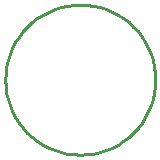
<source format=gbr>
G04 EAGLE Gerber RS-274X export*
G75*
%MOMM*%
%FSLAX34Y34*%
%LPD*%
%IN*%
%IPPOS*%
%AMOC8*
5,1,8,0,0,1.08239X$1,22.5*%
G01*
%ADD10C,0.254000*%


D10*
X-63500Y0D02*
X-63258Y-5534D01*
X-62535Y-11027D01*
X-61336Y-16435D01*
X-59670Y-21719D01*
X-57550Y-26837D01*
X-54992Y-31750D01*
X-52015Y-36423D01*
X-48643Y-40817D01*
X-44900Y-44902D01*
X-40816Y-48644D01*
X-36421Y-52017D01*
X-31749Y-54993D01*
X-26835Y-57551D01*
X-21717Y-59671D01*
X-16433Y-61337D01*
X-11025Y-62535D01*
X-5532Y-63258D01*
X0Y-63500D01*
X5534Y-63258D01*
X11027Y-62535D01*
X16435Y-61336D01*
X21719Y-59670D01*
X26837Y-57550D01*
X31750Y-54992D01*
X36423Y-52015D01*
X40817Y-48643D01*
X44902Y-44900D01*
X48644Y-40816D01*
X52017Y-36421D01*
X54993Y-31749D01*
X57551Y-26835D01*
X59671Y-21717D01*
X61337Y-16433D01*
X62535Y-11025D01*
X63258Y-5532D01*
X63500Y0D01*
X63258Y5534D01*
X62535Y11027D01*
X61336Y16435D01*
X59670Y21719D01*
X57550Y26837D01*
X54992Y31750D01*
X52015Y36423D01*
X48643Y40817D01*
X44900Y44902D01*
X40816Y48644D01*
X36421Y52017D01*
X31749Y54993D01*
X26835Y57551D01*
X21717Y59671D01*
X16433Y61337D01*
X11025Y62535D01*
X5532Y63258D01*
X0Y63500D01*
X-5534Y63258D01*
X-11027Y62535D01*
X-16435Y61336D01*
X-21719Y59670D01*
X-26837Y57550D01*
X-31750Y54992D01*
X-36423Y52015D01*
X-40817Y48643D01*
X-44902Y44900D01*
X-48644Y40816D01*
X-52017Y36421D01*
X-54993Y31749D01*
X-57551Y26835D01*
X-59671Y21717D01*
X-61337Y16433D01*
X-62535Y11025D01*
X-63258Y5532D01*
X-63500Y0D01*
M02*

</source>
